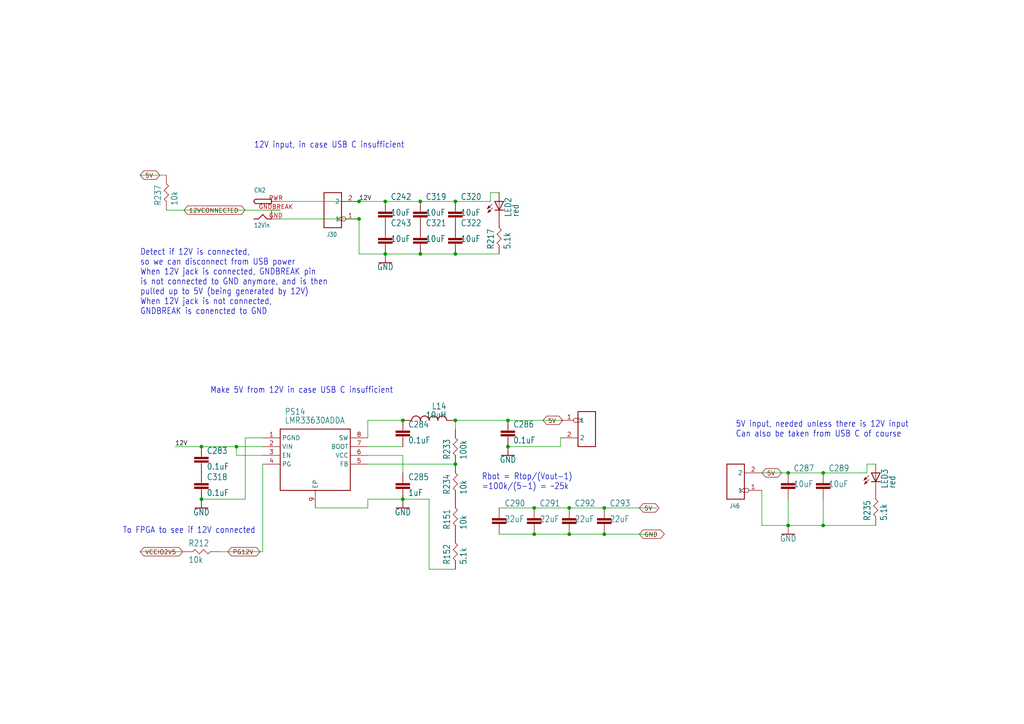
<source format=kicad_sch>
(kicad_sch (version 20231120) (generator "eeschema") (generator_version "8.0")
  (paper "A4")
  (lib_symbols
    (symbol "haasoscope_pro_adc_fpga_board-eagle-import:CAPACITOR_0402_N"
      (symbol "CAPACITOR_0402_N_1_0"
        (rectangle (start -2.032 -2.032) (end 2.032 -1.524) (fill (type outline)))
        (rectangle (start -2.032 -1.016) (end 2.032 -0.508) (fill (type outline)))
        (polyline (pts (xy 0 -2.54) (xy 0 -2.032)) (stroke (width 0.1524)))
        (polyline (pts (xy 0 0) (xy 0 -0.508)) (stroke (width 0.1524)))
        (pin passive line (at 0 2.54 270) (length 2.54) (name "1") (number "1"))
        (pin passive line (at 0 -5.08 90) (length 2.54) (name "2") (number "2"))
      )
    )
    (symbol "haasoscope_pro_adc_fpga_board-eagle-import:CAPACITOR_0805_N"
      (symbol "CAPACITOR_0805_N_1_0"
        (rectangle (start -2.032 -2.032) (end 2.032 -1.524) (fill (type outline)))
        (rectangle (start -2.032 -1.016) (end 2.032 -0.508) (fill (type outline)))
        (polyline (pts (xy 0 -2.54) (xy 0 -2.032)) (stroke (width 0.1524)))
        (polyline (pts (xy 0 0) (xy 0 -0.508)) (stroke (width 0.1524)))
        (pin passive line (at 0 2.54 270) (length 2.54) (name "1") (number "1"))
        (pin passive line (at 0 -5.08 90) (length 2.54) (name "2") (number "2"))
      )
    )
    (symbol "haasoscope_pro_adc_fpga_board-eagle-import:DCBARRELPTH"
      (property "Reference" "CN" (at -5.08 5.08 0))
      (symbol "DCBARRELPTH_1_0"
        (arc (start -4.445 3.175) (mid -5.08 2.54) (end -4.445 1.905) (stroke (width 0.254)))
        (polyline (pts (xy -5.08 -2.54) (xy -3.81 -2.54)) (stroke (width 0.254)))
        (polyline (pts (xy -3.81 -2.54) (xy -2.54 -1.27)) (stroke (width 0.254)))
        (polyline (pts (xy -2.54 -1.27) (xy -1.27 -2.54)) (stroke (width 0.254)))
        (polyline (pts (xy 0 -2.54) (xy -1.27 -2.54)) (stroke (width 0.254)))
        (polyline (pts (xy 0 0) (xy 0 -2.54)) (stroke (width 0.1524)))
        (polyline (pts (xy 0 1.905) (xy -4.445 1.905)) (stroke (width 0.254)))
        (polyline (pts (xy 0 3.175) (xy -4.445 3.175)) (stroke (width 0.254)))
        (polyline (pts (xy 0 3.175) (xy 0 1.905)) (stroke (width 0.254)))
        (pin power_in line (at 2.54 -2.54 180) (length 2.54) (name "GND") (number "GND"))
        (pin power_in line (at 2.54 0 180) (length 2.54) (name "GNDBREAK") (number "GNDBREAK"))
        (pin power_in line (at 2.54 2.54 180) (length 2.54) (name "PWR") (number "PWR"))
      )
    )
    (symbol "haasoscope_pro_adc_fpga_board-eagle-import:DIP-BLACK-MALE-HEADER-VERT(2P-2.54)"
      (symbol "DIP-BLACK-MALE-HEADER-VERT(2P-2.54)_1_0"
        (polyline (pts (xy -2.54 -5.08) (xy -2.54 5.08)) (stroke (width 0.254)))
        (polyline (pts (xy -2.54 5.08) (xy 2.54 5.08)) (stroke (width 0.254)))
        (polyline (pts (xy 2.54 -5.08) (xy -2.54 -5.08)) (stroke (width 0.254)))
        (polyline (pts (xy 2.54 5.08) (xy 2.54 -5.08)) (stroke (width 0.254)))
        (pin bidirectional inverted_clock (at -7.62 2.54 0) (length 5.08) (name "1") (number "1"))
        (pin bidirectional line (at -7.62 -2.54 0) (length 5.08) (name "2") (number "2"))
      )
    )
    (symbol "haasoscope_pro_adc_fpga_board-eagle-import:INDUCTORPWR"
      (property "Reference" "L" (at 2.54 5.08 0))
      (symbol "INDUCTORPWR_1_0"
        (arc (start 0 -5.08) (mid 0.898 -4.708) (end 1.27 -3.81) (stroke (width 0.254)))
        (arc (start 0 -2.54) (mid 0.898 -2.168) (end 1.27 -1.27) (stroke (width 0.254)))
        (arc (start 0 0) (mid 0.898 0.372) (end 1.27 1.27) (stroke (width 0.254)))
        (arc (start 0 2.54) (mid 0.898 2.912) (end 1.27 3.81) (stroke (width 0.254)))
        (arc (start 1.27 -3.81) (mid 0.898 -2.912) (end 0 -2.54) (stroke (width 0.254)))
        (arc (start 1.27 -1.27) (mid 0.898 -0.372) (end 0 0) (stroke (width 0.254)))
        (arc (start 1.27 1.27) (mid 0.898 2.168) (end 0 2.54) (stroke (width 0.254)))
        (arc (start 1.27 3.81) (mid 0.898 4.708) (end 0 5.08) (stroke (width 0.254)))
        (pin passive line (at 0 7.62 270) (length 2.54) (name "1") (number "1"))
        (pin passive line (at 0 -7.62 90) (length 2.54) (name "2") (number "2"))
      )
    )
    (symbol "haasoscope_pro_adc_fpga_board-eagle-import:LEDCHIP-LED0603"
      (property "Reference" "LED" (at 3.556 -4.572 90))
      (symbol "LEDCHIP-LED0603_1_0"
        (polyline (pts (xy -2.032 -0.762) (xy -3.429 -2.159)) (stroke (width 0.1524)))
        (polyline (pts (xy -1.905 -1.905) (xy -3.302 -3.302)) (stroke (width 0.1524)))
        (polyline (pts (xy 0 -2.54) (xy -1.27 -2.54)) (stroke (width 0.254)))
        (polyline (pts (xy 0 -2.54) (xy -1.27 0)) (stroke (width 0.254)))
        (polyline (pts (xy 0 0) (xy -1.27 0)) (stroke (width 0.254)))
        (polyline (pts (xy 0 0) (xy 0 -2.54)) (stroke (width 0.1524)))
        (polyline (pts (xy 1.27 -2.54) (xy 0 -2.54)) (stroke (width 0.254)))
        (polyline (pts (xy 1.27 0) (xy 0 -2.54)) (stroke (width 0.254)))
        (polyline (pts (xy 1.27 0) (xy 0 0)) (stroke (width 0.254)))
        (polyline (pts (xy -3.429 -2.159) (xy -3.048 -1.27) (xy -2.54 -1.778)) (stroke (width 0.1524)) (fill (type outline)))
        (polyline (pts (xy -3.302 -3.302) (xy -2.921 -2.413) (xy -2.413 -2.921)) (stroke (width 0.1524)) (fill (type outline)))
        (pin passive line (at 0 2.54 270) (length 2.54) (name "A") (number "A"))
        (pin passive line (at 0 -5.08 90) (length 2.54) (name "C") (number "C"))
      )
    )
    (symbol "haasoscope_pro_adc_fpga_board-eagle-import:LMR33630ADDA"
      (property "Reference" "PS" (at 26.67 7.62 0))
      (symbol "LMR33630ADDA_1_0"
        (polyline (pts (xy 5.08 2.54) (xy 5.08 -15.24)) (stroke (width 0.254)))
        (polyline (pts (xy 5.08 2.54) (xy 25.4 2.54)) (stroke (width 0.254)))
        (polyline (pts (xy 25.4 -15.24) (xy 5.08 -15.24)) (stroke (width 0.254)))
        (polyline (pts (xy 25.4 -15.24) (xy 25.4 2.54)) (stroke (width 0.254)))
        (pin bidirectional line (at 0 0 0) (length 5.08) (name "PGND") (number "1"))
        (pin bidirectional line (at 0 -2.54 0) (length 5.08) (name "VIN") (number "2"))
        (pin bidirectional line (at 0 -5.08 0) (length 5.08) (name "EN") (number "3"))
        (pin bidirectional line (at 0 -7.62 0) (length 5.08) (name "PG") (number "4"))
        (pin bidirectional line (at 30.48 -7.62 180) (length 5.08) (name "FB") (number "5"))
        (pin bidirectional line (at 30.48 -5.08 180) (length 5.08) (name "VCC") (number "6"))
        (pin bidirectional line (at 30.48 -2.54 180) (length 5.08) (name "BOOT") (number "7"))
        (pin bidirectional line (at 30.48 0 180) (length 5.08) (name "SW") (number "8"))
        (pin bidirectional line (at 15.24 -20.32 90) (length 5.08) (name "EP") (number "9"))
      )
    )
    (symbol "haasoscope_pro_adc_fpga_board-eagle-import:RES-0402"
      (property "Reference" "R" (at -3.175 1.27 0))
      (symbol "RES-0402_1_0"
        (polyline (pts (xy -2.54 0) (xy -1.905 0.635)) (stroke (width 0.1524)))
        (polyline (pts (xy -1.905 0.635) (xy -0.635 -0.635)) (stroke (width 0.1524)))
        (polyline (pts (xy -0.635 -0.635) (xy 0.635 0.635)) (stroke (width 0.1524)))
        (polyline (pts (xy 0.635 0.635) (xy 1.905 -0.635)) (stroke (width 0.1524)))
        (polyline (pts (xy 1.905 -0.635) (xy 2.54 0)) (stroke (width 0.1524)))
        (pin bidirectional line (at -5.08 0 0) (length 2.54) (name "P$1") (number "P$1"))
        (pin bidirectional line (at 5.08 0 180) (length 2.54) (name "P$2") (number "P$2"))
      )
    )
    (symbol "haasoscope_pro_adc_fpga_board-eagle-import:SparkFun-PowerSymbols_GND" (power)
      (symbol "SparkFun-PowerSymbols_GND_1_0"
        (polyline (pts (xy -1.905 0) (xy 1.905 0)) (stroke (width 0.254)))
        (pin power_in line (at 0 2.54 270) (length 2.54) (name "GND") (number "1"))
      )
    )
  )
  (junction (at 121.92 73.66))
  (junction (at 132.08 73.66))
  (junction (at 132.08 134.62))
  (junction (at 58.42 129.54))
  (junction (at 111.76 73.66))
  (junction (at 104.14 58.42))
  (junction (at 165.1 147.32))
  (junction (at 228.6 137.16))
  (junction (at 132.08 121.92))
  (junction (at 147.32 129.54))
  (junction (at 154.94 154.94))
  (junction (at 147.32 121.92))
  (junction (at 121.92 58.42))
  (junction (at 238.76 137.16))
  (junction (at 132.08 58.42))
  (junction (at 116.84 144.78))
  (junction (at 238.76 152.4))
  (junction (at 165.1 154.94))
  (junction (at 68.58 129.54))
  (junction (at 175.26 154.94))
  (junction (at 58.42 144.78))
  (junction (at 104.14 63.5))
  (junction (at 228.6 152.4))
  (junction (at 175.26 147.32))
  (junction (at 116.84 121.92))
  (junction (at 111.76 58.42))
  (junction (at 154.94 147.32))
  (wire (pts (xy 132.08 58.42) (xy 121.92 58.42)) (stroke (width 0.1524)))
  (wire (pts (xy 144.78 55.88) (xy 142.24 55.88)) (stroke (width 0.1524)))
  (wire (pts (xy 142.24 55.88) (xy 142.24 58.42)) (stroke (width 0.1524)))
  (wire (pts (xy 238.76 152.4) (xy 228.6 152.4)) (stroke (width 0.1524)))
  (wire (pts (xy 162.56 129.54) (xy 147.32 129.54)) (stroke (width 0.1524)))
  (wire (pts (xy 68.58 129.54) (xy 68.58 132.08)) (stroke (width 0.1524)))
  (wire (pts (xy 175.26 154.94) (xy 190.5 154.94)) (stroke (width 0.1524)))
  (wire (pts (xy 154.94 154.94) (xy 165.1 154.94)) (stroke (width 0.1524)))
  (wire (pts (xy 254 134.62) (xy 251.46 134.62)) (stroke (width 0.1524)))
  (wire (pts (xy 91.44 147.32) (xy 106.68 147.32)) (stroke (width 0.1524)))
  (wire (pts (xy 254 152.4) (xy 238.76 152.4)) (stroke (width 0.1524)))
  (wire (pts (xy 76.2 134.62) (xy 76.2 160.02)) (stroke (width 0.1524)))
  (wire (pts (xy 220.98 152.4) (xy 228.6 152.4)) (stroke (width 0.1524)))
  (wire (pts (xy 48.26 50.8) (xy 40.64 50.8)) (stroke (width 0.1524)))
  (wire (pts (xy 147.32 121.92) (xy 162.56 121.92)) (stroke (width 0.1524)))
  (wire (pts (xy 81.28 60.96) (xy 48.26 60.96)) (stroke (width 0.1524)))
  (wire (pts (xy 68.58 132.08) (xy 76.2 132.08)) (stroke (width 0.1524)))
  (wire (pts (xy 228.6 144.78) (xy 228.6 152.4)) (stroke (width 0.1524)))
  (wire (pts (xy 132.08 121.92) (xy 147.32 121.92)) (stroke (width 0.1524)))
  (wire (pts (xy 220.98 142.24) (xy 220.98 152.4)) (stroke (width 0.1524)))
  (wire (pts (xy 116.84 132.08) (xy 116.84 137.16)) (stroke (width 0.1524)))
  (wire (pts (xy 106.68 121.92) (xy 106.68 127)) (stroke (width 0.1524)))
  (wire (pts (xy 238.76 137.16) (xy 228.6 137.16)) (stroke (width 0.1524)))
  (wire (pts (xy 175.26 147.32) (xy 190.5 147.32)) (stroke (width 0.1524)))
  (wire (pts (xy 104.14 58.42) (xy 81.28 58.42)) (stroke (width 0.1524)))
  (wire (pts (xy 76.2 160.02) (xy 63.5 160.02)) (stroke (width 0.1524)))
  (wire (pts (xy 238.76 144.78) (xy 238.76 152.4)) (stroke (width 0.1524)))
  (wire (pts (xy 106.68 132.08) (xy 116.84 132.08)) (stroke (width 0.1524)))
  (wire (pts (xy 104.14 63.5) (xy 104.14 73.66)) (stroke (width 0.1524)))
  (wire (pts (xy 132.08 73.66) (xy 121.92 73.66)) (stroke (width 0.1524)))
  (wire (pts (xy 116.84 144.78) (xy 124.46 144.78)) (stroke (width 0.1524)))
  (wire (pts (xy 106.68 147.32) (xy 106.68 144.78)) (stroke (width 0.1524)))
  (wire (pts (xy 162.56 127) (xy 162.56 129.54)) (stroke (width 0.1524)))
  (wire (pts (xy 124.46 144.78) (xy 124.46 165.1)) (stroke (width 0.1524)))
  (wire (pts (xy 165.1 154.94) (xy 175.26 154.94)) (stroke (width 0.1524)))
  (wire (pts (xy 121.92 73.66) (xy 111.76 73.66)) (stroke (width 0.1524)))
  (wire (pts (xy 144.78 147.32) (xy 154.94 147.32)) (stroke (width 0.1524)))
  (wire (pts (xy 53.34 160.02) (xy 40.64 160.02)) (stroke (width 0.1524)))
  (wire (pts (xy 71.12 127) (xy 71.12 144.78)) (stroke (width 0.1524)))
  (wire (pts (xy 144.78 154.94) (xy 154.94 154.94)) (stroke (width 0.1524)))
  (wire (pts (xy 111.76 73.66) (xy 104.14 73.66)) (stroke (width 0.1524)))
  (wire (pts (xy 58.42 129.54) (xy 50.8 129.54)) (stroke (width 0.1524)))
  (wire (pts (xy 116.84 129.54) (xy 106.68 129.54)) (stroke (width 0.1524)))
  (wire (pts (xy 124.46 165.1) (xy 132.08 165.1)) (stroke (width 0.1524)))
  (wire (pts (xy 104.14 58.42) (xy 111.76 58.42)) (stroke (width 0.1524)))
  (wire (pts (xy 132.08 121.92) (xy 132.08 124.46)) (stroke (width 0.1524)))
  (wire (pts (xy 106.68 134.62) (xy 132.08 134.62)) (stroke (width 0.1524)))
  (wire (pts (xy 165.1 147.32) (xy 175.26 147.32)) (stroke (width 0.1524)))
  (wire (pts (xy 106.68 144.78) (xy 116.84 144.78)) (stroke (width 0.1524)))
  (wire (pts (xy 68.58 129.54) (xy 76.2 129.54)) (stroke (width 0.1524)))
  (wire (pts (xy 251.46 134.62) (xy 251.46 137.16)) (stroke (width 0.1524)))
  (wire (pts (xy 116.84 121.92) (xy 106.68 121.92)) (stroke (width 0.1524)))
  (wire (pts (xy 144.78 73.66) (xy 132.08 73.66)) (stroke (width 0.1524)))
  (wire (pts (xy 58.42 144.78) (xy 71.12 144.78)) (stroke (width 0.1524)))
  (wire (pts (xy 251.46 137.16) (xy 238.76 137.16)) (stroke (width 0.1524)))
  (wire (pts (xy 154.94 147.32) (xy 165.1 147.32)) (stroke (width 0.1524)))
  (wire (pts (xy 142.24 58.42) (xy 132.08 58.42)) (stroke (width 0.1524)))
  (wire (pts (xy 76.2 127) (xy 71.12 127)) (stroke (width 0.1524)))
  (wire (pts (xy 58.42 129.54) (xy 68.58 129.54)) (stroke (width 0.1524)))
  (wire (pts (xy 220.98 137.16) (xy 228.6 137.16)) (stroke (width 0.1524)))
  (wire (pts (xy 81.28 63.5) (xy 104.14 63.5)) (stroke (width 0.1524)))
  (wire (pts (xy 121.92 58.42) (xy 111.76 58.42)) (stroke (width 0.1524)))
  (text "Make 5V from 12V in case USB C insufficient" (at 60.96 114.3 0) (effects (font (size 1.778 1.5113)) (justify left bottom)))
  (text "12V input, in case USB C insufficient" (at 73.66 43.18 0) (effects (font (size 1.778 1.5113)) (justify left bottom)))
  (text "Detect if 12V is connected,\nso we can disconnect from USB power\nWhen 12V jack is connected, GNDBREAK pin\nis not connected to GND anymore, and is then\npulled up to 5V (being generated by 12V)\nWhen 12V jack is not connected,\nGNDBREAK is conencted to GND" (at 40.64 91.44 0) (effects (font (size 1.778 1.5113)) (justify left bottom)))
  (text "5V input, needed unless there is 12V input\nCan also be taken from USB C of course" (at 213.36 127 0) (effects (font (size 1.778 1.5113)) (justify left bottom)))
  (text "To FPGA to see if 12V connected" (at 35.56 154.94 0) (effects (font (size 1.778 1.5113)) (justify left bottom)))
  (text "Rbot = Rtop/(Vout-1)\n=100k/(5-1) = ~25k" (at 139.7 142.24 0) (effects (font (size 1.778 1.5113)) (justify left bottom)))
  (label "12V" (at 50.8 129.54 0) (effects (font (size 1.2446 1.2446))))
  (label "12V" (at 104.14 58.42 0) (effects (font (size 1.2446 1.2446))))
  (global_label "5V" (shape bidirectional) (at 157.48 121.92 0) (effects (font (size 1.2446 1.2446))) (property "Intersheetrefs" "${INTERSHEET_REFS}" (effects (hide yes))))
  (global_label "PG12V" (shape bidirectional) (at 66.04 160.02 0) (effects (font (size 1.2446 1.2446))) (property "Intersheetrefs" "${INTERSHEET_REFS}" (effects (hide yes))))
  (global_label "12VCONNECTED" (shape bidirectional) (at 53.34 60.96 0) (effects (font (size 1.2446 1.2446))) (property "Intersheetrefs" "${INTERSHEET_REFS}" (effects (hide yes))))
  (global_label "5V" (shape bidirectional) (at 40.64 50.8 0) (effects (font (size 1.2446 1.2446))) (property "Intersheetrefs" "${INTERSHEET_REFS}" (effects (hide yes))))
  (global_label "GND" (shape bidirectional) (at 185.42 154.94 0) (effects (font (size 1.2446 1.2446))) (property "Intersheetrefs" "${INTERSHEET_REFS}" (effects (hide yes))))
  (global_label "VCCIO2V5" (shape bidirectional) (at 40.64 160.02 0) (effects (font (size 1.2446 1.2446))) (property "Intersheetrefs" "${INTERSHEET_REFS}" (effects (hide yes))))
  (global_label "5V" (shape bidirectional) (at 220.98 137.16 0) (effects (font (size 1.2446 1.2446))) (property "Intersheetrefs" "${INTERSHEET_REFS}" (effects (hide yes))))
  (global_label "5V" (shape bidirectional) (at 185.42 147.32 0) (effects (font (size 1.2446 1.2446))) (property "Intersheetrefs" "${INTERSHEET_REFS}" (effects (hide yes))))
  (symbol (lib_id "haasoscope_pro_adc_fpga_board-eagle-import:RES-0402") (at 254 147.32 90) (unit 1)
    (property "Reference" "R235" (at 252.5014 151.13 0) (effects (font (size 1.778 1.5113)) (justify left bottom)))
    (property "Value" "5.1k" (at 257.302 151.13 0) (effects (font (size 1.778 1.5113)) (justify left bottom)))
    (property "Footprint" "haasoscope_pro_adc_fpga_board:RES-0402" (effects (hide yes)))
  )
  (symbol (lib_id "haasoscope_pro_adc_fpga_board-eagle-import:CAPACITOR_0402_N") (at 147.32 124.46 0) (unit 1)
    (property "Reference" "C286" (at 148.844 124.079 0) (effects (font (size 1.778 1.5113)) (justify left bottom)))
    (property "Value" "0.1uF" (at 148.844 128.651 0) (effects (font (size 1.778 1.5113)) (justify left bottom)))
    (property "Footprint" "haasoscope_pro_adc_fpga_board:RESC0402_N" (effects (hide yes)))
  )
  (symbol (lib_id "haasoscope_pro_adc_fpga_board-eagle-import:CAPACITOR_0805_N") (at 175.26 149.86 0) (unit 1)
    (property "Reference" "C293" (at 176.784 146.939 0) (effects (font (size 1.778 1.5113)) (justify left bottom)))
    (property "Value" "22uF" (at 176.784 151.511 0) (effects (font (size 1.778 1.5113)) (justify left bottom)))
    (property "Footprint" "haasoscope_pro_adc_fpga_board:RESC0805_N" (effects (hide yes)))
  )
  (symbol (lib_id "haasoscope_pro_adc_fpga_board-eagle-import:CAPACITOR_0805_N") (at 121.92 68.58 0) (unit 1)
    (property "Reference" "C321" (at 123.444 65.659 0) (effects (font (size 1.778 1.5113)) (justify left bottom)))
    (property "Value" "10uF" (at 123.444 70.231 0) (effects (font (size 1.778 1.5113)) (justify left bottom)))
    (property "Footprint" "haasoscope_pro_adc_fpga_board:RESC0805_N" (effects (hide yes)))
  )
  (symbol (lib_id "haasoscope_pro_adc_fpga_board-eagle-import:CAPACITOR_0805_N") (at 144.78 149.86 0) (unit 1)
    (property "Reference" "C290" (at 146.304 146.939 0) (effects (font (size 1.778 1.5113)) (justify left bottom)))
    (property "Value" "22uF" (at 146.304 151.511 0) (effects (font (size 1.778 1.5113)) (justify left bottom)))
    (property "Footprint" "haasoscope_pro_adc_fpga_board:RESC0805_N" (effects (hide yes)))
  )
  (symbol (lib_id "haasoscope_pro_adc_fpga_board-eagle-import:DIP-BLACK-MALE-HEADER-VERT(2P-2.54)") (at 170.18 124.46 0) (unit 1)
    (property "Reference" "J45" (effects (hide yes)))
    (property "Value" "2p-2.54" (effects (hide yes)))
    (property "Footprint" "haasoscope_pro_adc_fpga_board:H2-2.54" (effects (hide yes)))
  )
  (symbol (lib_id "haasoscope_pro_adc_fpga_board-eagle-import:CAPACITOR_0805_N") (at 238.76 139.7 0) (unit 1)
    (property "Reference" "C289" (at 240.284 136.779 0) (effects (font (size 1.778 1.5113)) (justify left bottom)))
    (property "Value" "10uF" (at 240.284 141.351 0) (effects (font (size 1.778 1.5113)) (justify left bottom)))
    (property "Footprint" "haasoscope_pro_adc_fpga_board:RESC0805_N" (effects (hide yes)))
  )
  (symbol (lib_id "haasoscope_pro_adc_fpga_board-eagle-import:SparkFun-PowerSymbols_GND") (at 116.84 147.32 0) (unit 1)
    (property "Reference" "#GND0233" (effects (hide yes)))
    (property "Value" "GND" (at 116.84 147.574 0) (effects (font (size 1.778 1.5113)) (justify top)))
  )
  (symbol (lib_id "haasoscope_pro_adc_fpga_board-eagle-import:SparkFun-PowerSymbols_GND") (at 147.32 132.08 0) (unit 1)
    (property "Reference" "#GND0234" (effects (hide yes)))
    (property "Value" "GND" (at 147.32 132.334 0) (effects (font (size 1.778 1.5113)) (justify top)))
  )
  (symbol (lib_id "haasoscope_pro_adc_fpga_board-eagle-import:CAPACITOR_0805_N") (at 165.1 149.86 0) (unit 1)
    (property "Reference" "C292" (at 166.624 146.939 0) (effects (font (size 1.778 1.5113)) (justify left bottom)))
    (property "Value" "22uF" (at 166.624 151.511 0) (effects (font (size 1.778 1.5113)) (justify left bottom)))
    (property "Footprint" "haasoscope_pro_adc_fpga_board:RESC0805_N" (effects (hide yes)))
  )
  (symbol (lib_id "haasoscope_pro_adc_fpga_board-eagle-import:RES-0402") (at 58.42 160.02 0) (unit 1)
    (property "Reference" "R212" (at 54.61 158.5214 0) (effects (font (size 1.778 1.5113)) (justify left bottom)))
    (property "Value" "10k" (at 54.61 163.322 0) (effects (font (size 1.778 1.5113)) (justify left bottom)))
    (property "Footprint" "haasoscope_pro_adc_fpga_board:RES-0402" (effects (hide yes)))
  )
  (symbol (lib_id "haasoscope_pro_adc_fpga_board-eagle-import:CAPACITOR_0805_N") (at 121.92 60.96 0) (unit 1)
    (property "Reference" "C319" (at 123.444 58.039 0) (effects (font (size 1.778 1.5113)) (justify left bottom)))
    (property "Value" "10uF" (at 123.444 62.611 0) (effects (font (size 1.778 1.5113)) (justify left bottom)))
    (property "Footprint" "haasoscope_pro_adc_fpga_board:RESC0805_N" (effects (hide yes)))
  )
  (symbol (lib_id "haasoscope_pro_adc_fpga_board-eagle-import:DCBARRELPTH") (at 78.74 60.96 0) (unit 1)
    (property "Reference" "CN2" (at 73.66 55.88 0) (effects (font (size 1.27 1.0795)) (justify left bottom)))
    (property "Value" "12Vin" (at 73.66 66.04 0) (effects (font (size 1.27 1.0795)) (justify left bottom)))
    (property "Footprint" "haasoscope_pro_adc_fpga_board:DCJACK_2MM_PTH" (effects (hide yes)))
  )
  (symbol (lib_id "haasoscope_pro_adc_fpga_board-eagle-import:CAPACITOR_0402_N") (at 116.84 139.7 0) (unit 1)
    (property "Reference" "C285" (at 118.364 139.319 0) (effects (font (size 1.778 1.5113)) (justify left bottom)))
    (property "Value" "1uF" (at 118.364 143.891 0) (effects (font (size 1.778 1.5113)) (justify left bottom)))
    (property "Footprint" "haasoscope_pro_adc_fpga_board:RESC0402_N" (effects (hide yes)))
  )
  (symbol (lib_id "haasoscope_pro_adc_fpga_board-eagle-import:CAPACITOR_0402_N") (at 116.84 124.46 0) (unit 1)
    (property "Reference" "C284" (at 118.364 124.079 0) (effects (font (size 1.778 1.5113)) (justify left bottom)))
    (property "Value" "0.1uF" (at 118.364 128.651 0) (effects (font (size 1.778 1.5113)) (justify left bottom)))
    (property "Footprint" "haasoscope_pro_adc_fpga_board:RESC0402_N" (effects (hide yes)))
  )
  (symbol (lib_id "haasoscope_pro_adc_fpga_board-eagle-import:RES-0402") (at 132.08 139.7 90) (unit 1)
    (property "Reference" "R234" (at 130.5814 143.51 0) (effects (font (size 1.778 1.5113)) (justify left bottom)))
    (property "Value" "10k" (at 135.382 143.51 0) (effects (font (size 1.778 1.5113)) (justify left bottom)))
    (property "Footprint" "haasoscope_pro_adc_fpga_board:RES-0402" (effects (hide yes)))
  )
  (symbol (lib_id "haasoscope_pro_adc_fpga_board-eagle-import:RES-0402") (at 48.26 55.88 90) (unit 1)
    (property "Reference" "R237" (at 46.7614 59.69 0) (effects (font (size 1.778 1.5113)) (justify left bottom)))
    (property "Value" "10k" (at 51.562 59.69 0) (effects (font (size 1.778 1.5113)) (justify left bottom)))
    (property "Footprint" "haasoscope_pro_adc_fpga_board:RES-0402" (effects (hide yes)))
  )
  (symbol (lib_id "haasoscope_pro_adc_fpga_board-eagle-import:CAPACITOR_0402_N") (at 58.42 139.7 0) (unit 1)
    (property "Reference" "C318" (at 59.944 139.319 0) (effects (font (size 1.778 1.5113)) (justify left bottom)))
    (property "Value" "0.1uF" (at 59.944 143.891 0) (effects (font (size 1.778 1.5113)) (justify left bottom)))
    (property "Footprint" "haasoscope_pro_adc_fpga_board:RESC0402_N" (effects (hide yes)))
    (property "LCSC" "C307331" (effects (hide yes)))
  )
  (symbol (lib_id "haasoscope_pro_adc_fpga_board-eagle-import:SparkFun-PowerSymbols_GND") (at 58.42 147.32 0) (unit 1)
    (property "Reference" "#GND0236" (effects (hide yes)))
    (property "Value" "GND" (at 58.42 147.574 0) (effects (font (size 1.778 1.5113)) (justify top)))
  )
  (symbol (lib_id "haasoscope_pro_adc_fpga_board-eagle-import:CAPACITOR_0402_N") (at 58.42 132.08 0) (unit 1)
    (property "Reference" "C283" (at 59.944 131.699 0) (effects (font (size 1.778 1.5113)) (justify left bottom)))
    (property "Value" "0.1uF" (at 59.944 136.271 0) (effects (font (size 1.778 1.5113)) (justify left bottom)))
    (property "Footprint" "haasoscope_pro_adc_fpga_board:RESC0402_N" (effects (hide yes)))
    (property "LCSC" "C307331" (effects (hide yes)))
  )
  (symbol (lib_id "haasoscope_pro_adc_fpga_board-eagle-import:LMR33630ADDA") (at 76.2 127 0) (unit 1)
    (property "Reference" "PS14" (at 82.55 119.38 0) (effects (font (size 1.778 1.5113)) (justify left)))
    (property "Value" "LMR33630ADDA" (at 82.55 121.92 0) (effects (font (size 1.778 1.5113)) (justify left)))
    (property "Footprint" "haasoscope_pro_adc_fpga_board:SOIC127P600X170-9N" (effects (hide yes)))
    (property "LCSC" "C841384" (effects (hide yes)))
  )
  (symbol (lib_id "haasoscope_pro_adc_fpga_board-eagle-import:SparkFun-PowerSymbols_GND") (at 228.6 154.94 0) (unit 1)
    (property "Reference" "#GND0235" (effects (hide yes)))
    (property "Value" "GND" (at 228.6 155.194 0) (effects (font (size 1.778 1.5113)) (justify top)))
  )
  (symbol (lib_id "haasoscope_pro_adc_fpga_board-eagle-import:SparkFun-PowerSymbols_GND") (at 111.76 76.2 0) (unit 1)
    (property "Reference" "#GND0207" (effects (hide yes)))
    (property "Value" "GND" (at 111.76 76.454 0) (effects (font (size 1.778 1.5113)) (justify top)))
  )
  (symbol (lib_id "haasoscope_pro_adc_fpga_board-eagle-import:CAPACITOR_0805_N") (at 132.08 60.96 0) (unit 1)
    (property "Reference" "C320" (at 133.604 58.039 0) (effects (font (size 1.778 1.5113)) (justify left bottom)))
    (property "Value" "10uF" (at 133.604 62.611 0) (effects (font (size 1.778 1.5113)) (justify left bottom)))
    (property "Footprint" "haasoscope_pro_adc_fpga_board:RESC0805_N" (effects (hide yes)))
  )
  (symbol (lib_id "haasoscope_pro_adc_fpga_board-eagle-import:LEDCHIP-LED0603") (at 144.78 58.42 0) (unit 1)
    (property "Reference" "LED2" (at 148.336 62.992 90) (effects (font (size 1.778 1.5113)) (justify left bottom)))
    (property "Value" "red" (at 150.495 62.992 90) (effects (font (size 1.778 1.5113)) (justify left bottom)))
    (property "Footprint" "haasoscope_pro_adc_fpga_board:CHIP-LED0603" (effects (hide yes)))
  )
  (symbol (lib_id "haasoscope_pro_adc_fpga_board-eagle-import:CAPACITOR_0805_N") (at 228.6 139.7 0) (unit 1)
    (property "Reference" "C287" (at 230.124 136.779 0) (effects (font (size 1.778 1.5113)) (justify left bottom)))
    (property "Value" "10uF" (at 230.124 141.351 0) (effects (font (size 1.778 1.5113)) (justify left bottom)))
    (property "Footprint" "haasoscope_pro_adc_fpga_board:RESC0805_N" (effects (hide yes)))
  )
  (symbol (lib_id "haasoscope_pro_adc_fpga_board-eagle-import:CAPACITOR_0805_N") (at 132.08 68.58 0) (unit 1)
    (property "Reference" "C322" (at 133.604 65.659 0) (effects (font (size 1.778 1.5113)) (justify left bottom)))
    (property "Value" "10uF" (at 133.604 70.231 0) (effects (font (size 1.778 1.5113)) (justify left bottom)))
    (property "Footprint" "haasoscope_pro_adc_fpga_board:RESC0805_N" (effects (hide yes)))
  )
  (symbol (lib_id "haasoscope_pro_adc_fpga_board-eagle-import:RES-0402") (at 132.08 160.02 90) (unit 1)
    (property "Reference" "R152" (at 130.5814 163.83 0) (effects (font (size 1.778 1.5113)) (justify left bottom)))
    (property "Value" "5.1k" (at 135.382 163.83 0) (effects (font (size 1.778 1.5113)) (justify left bottom)))
    (property "Footprint" "haasoscope_pro_adc_fpga_board:RES-0402" (effects (hide yes)))
  )
  (symbol (lib_id "haasoscope_pro_adc_fpga_board-eagle-import:RES-0402") (at 132.08 149.86 90) (unit 1)
    (property "Reference" "R151" (at 130.5814 153.67 0) (effects (font (size 1.778 1.5113)) (justify left bottom)))
    (property "Value" "10k" (at 135.382 153.67 0) (effects (font (size 1.778 1.5113)) (justify left bottom)))
    (property "Footprint" "haasoscope_pro_adc_fpga_board:RES-0402" (effects (hide yes)))
  )
  (symbol (lib_id "haasoscope_pro_adc_fpga_board-eagle-import:CAPACITOR_0805_N") (at 111.76 68.58 0) (unit 1)
    (property "Reference" "C243" (at 113.284 65.659 0) (effects (font (size 1.778 1.5113)) (justify left bottom)))
    (property "Value" "10uF" (at 113.284 70.231 0) (effects (font (size 1.778 1.5113)) (justify left bottom)))
    (property "Footprint" "haasoscope_pro_adc_fpga_board:RESC0805_N" (effects (hide yes)))
  )
  (symbol (lib_id "haasoscope_pro_adc_fpga_board-eagle-import:CAPACITOR_0805_N") (at 154.94 149.86 0) (unit 1)
    (property "Reference" "C291" (at 156.464 146.939 0) (effects (font (size 1.778 1.5113)) (justify left bottom)))
    (property "Value" "22uF" (at 156.464 151.511 0) (effects (font (size 1.778 1.5113)) (justify left bottom)))
    (property "Footprint" "haasoscope_pro_adc_fpga_board:RESC0805_N" (effects (hide yes)))
  )
  (symbol (lib_id "haasoscope_pro_adc_fpga_board-eagle-import:LEDCHIP-LED0603") (at 254 137.16 0) (unit 1)
    (property "Reference" "LED3" (at 257.556 141.732 90) (effects (font (size 1.778 1.5113)) (justify left bottom)))
    (property "Value" "red" (at 259.715 141.732 90) (effects (font (size 1.778 1.5113)) (justify left bottom)))
    (property "Footprint" "haasoscope_pro_adc_fpga_board:CHIP-LED0603" (effects (hide yes)))
  )
  (symbol (lib_id "haasoscope_pro_adc_fpga_board-eagle-import:CAPACITOR_0805_N") (at 111.76 60.96 0) (unit 1)
    (property "Reference" "C242" (at 113.284 58.039 0) (effects (font (size 1.778 1.5113)) (justify left bottom)))
    (property "Value" "10uF" (at 113.284 62.611 0) (effects (font (size 1.778 1.5113)) (justify left bottom)))
    (property "Footprint" "haasoscope_pro_adc_fpga_board:RESC0805_N" (effects (hide yes)))
  )
  (symbol (lib_id "haasoscope_pro_adc_fpga_board-eagle-import:RES-0402") (at 132.08 129.54 90) (unit 1)
    (property "Reference" "R233" (at 130.5814 133.35 0) (effects (font (size 1.778 1.5113)) (justify left bottom)))
    (property "Value" "100k" (at 135.382 133.35 0) (effects (font (size 1.778 1.5113)) (justify left bottom)))
    (property "Footprint" "haasoscope_pro_adc_fpga_board:RES-0402" (effects (hide yes)))
  )
  (symbol (lib_id "haasoscope_pro_adc_fpga_board-eagle-import:DIP-BLACK-MALE-HEADER-VERT(2P-2.54)") (at 213.36 139.7 180) (unit 1)
    (property "Reference" "J46" (at 214.63 146.05 0) (effects (font (size 1.27 1.0795)) (justify left bottom)))
    (property "Value" "2p-2.54" (effects (hide yes)))
    (property "Footprint" "haasoscope_pro_adc_fpga_board:H2-2.54" (effects (hide yes)))
  )
  (symbol (lib_id "haasoscope_pro_adc_fpga_board-eagle-import:RES-0402") (at 144.78 68.58 90) (unit 1)
    (property "Reference" "R217" (at 143.2814 72.39 0) (effects (font (size 1.778 1.5113)) (justify left bottom)))
    (property "Value" "5.1k" (at 148.082 72.39 0) (effects (font (size 1.778 1.5113)) (justify left bottom)))
    (property "Footprint" "haasoscope_pro_adc_fpga_board:RES-0402" (effects (hide yes)))
  )
  (symbol (lib_id "haasoscope_pro_adc_fpga_board-eagle-import:INDUCTORPWR") (at 124.46 121.92 90) (unit 1)
    (property "Reference" "L14" (at 129.54 116.84 90) (effects (font (size 1.778 1.5113)) (justify left bottom)))
    (property "Value" "10uH" (at 129.54 119.38 90) (effects (font (size 1.778 1.5113)) (justify left bottom)))
    (property "Footprint" "haasoscope_pro_adc_fpga_board:CDRH125" (effects (hide yes)))
    (property "LCSC" "C339970" (effects (hide yes)))
  )
  (symbol (lib_id "haasoscope_pro_adc_fpga_board-eagle-import:DIP-BLACK-MALE-HEADER-VERT(2P-2.54)") (at 96.52 60.96 180) (unit 1)
    (property "Reference" "J30" (at 97.79 67.31 0) (effects (font (size 1.27 1.0795)) (justify left bottom)))
    (property "Value" "2p-2.54" (effects (hide yes)))
    (property "Footprint" "haasoscope_pro_adc_fpga_board:H2-2.54" (effects (hide yes)))
  )
)
</source>
